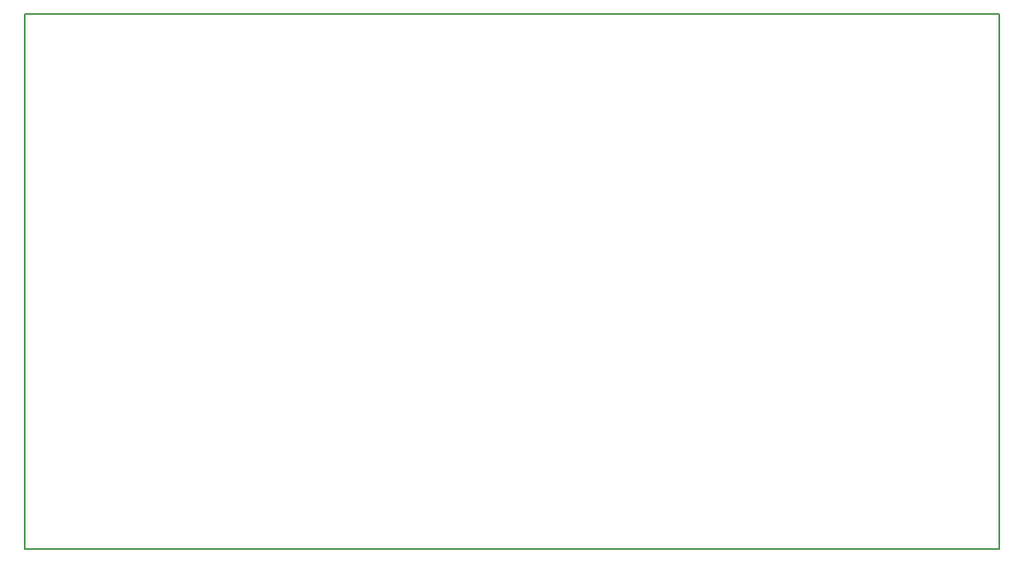
<source format=gbr>
G04 #@! TF.FileFunction,Profile,NP*
%FSLAX46Y46*%
G04 Gerber Fmt 4.6, Leading zero omitted, Abs format (unit mm)*
G04 Created by KiCad (PCBNEW 4.0.6) date Tue Oct  9 15:10:24 2018*
%MOMM*%
%LPD*%
G01*
G04 APERTURE LIST*
%ADD10C,0.100000*%
%ADD11C,0.150000*%
G04 APERTURE END LIST*
D10*
D11*
X100380000Y-129110000D02*
X100380000Y-74110000D01*
X200380000Y-129110000D02*
X100380000Y-129110000D01*
X200380000Y-74110000D02*
X200380000Y-129110000D01*
X100380000Y-74110000D02*
X200380000Y-74110000D01*
M02*

</source>
